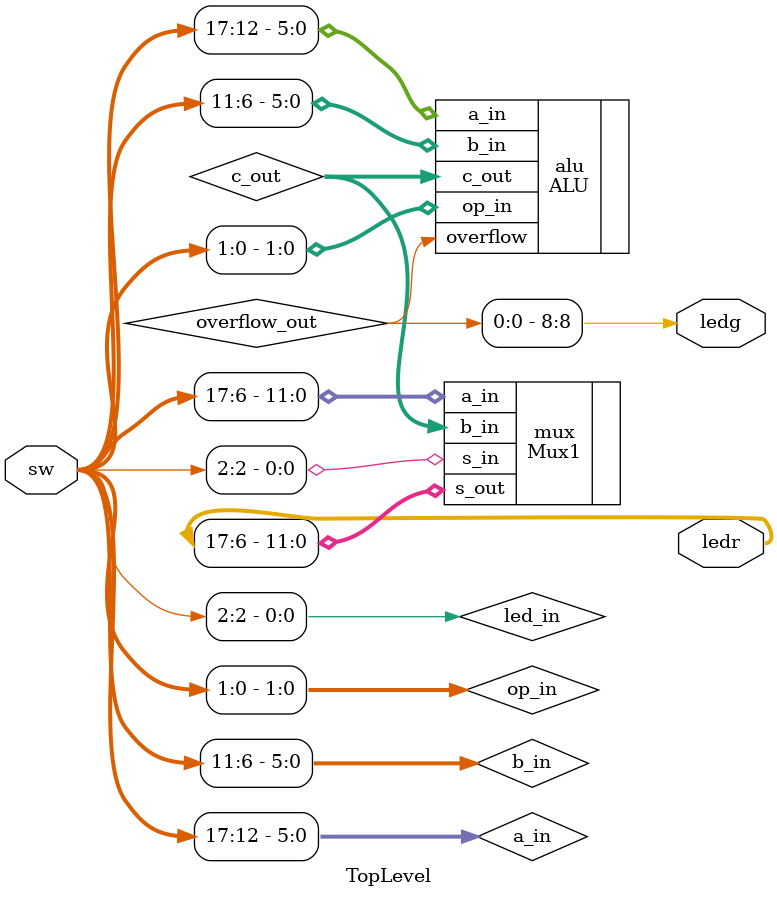
<source format=v>
module TopLevel(sw, ledr, ledg);
  input  [17:0] sw;
  output [17:0] ledr;
  output [8:0]  ledg;

  wire [5:0] a_in, b_in;
  wire [1:0] op_in;
  wire led_in;

  assign a_in = sw[17:12];
  assign b_in = sw[11: 6];
  assign op_in = sw[1:0];
  assign led_in = sw[2];

  wire [11:0] c_out;
  wire overflow_out;

  assign ledg[8] = overflow_out;

  ALU alu(
    .a_in(a_in),
    .b_in(b_in),
    .c_out(c_out),
    .op_in(op_in),
    .overflow(overflow_out)
  );

  Mux1 #(12) mux(
    .a_in({a_in, b_in}),
    .b_in(c_out),
    .s_in(led_in),
    .s_out(ledr[17:6])
  );

endmodule

</source>
